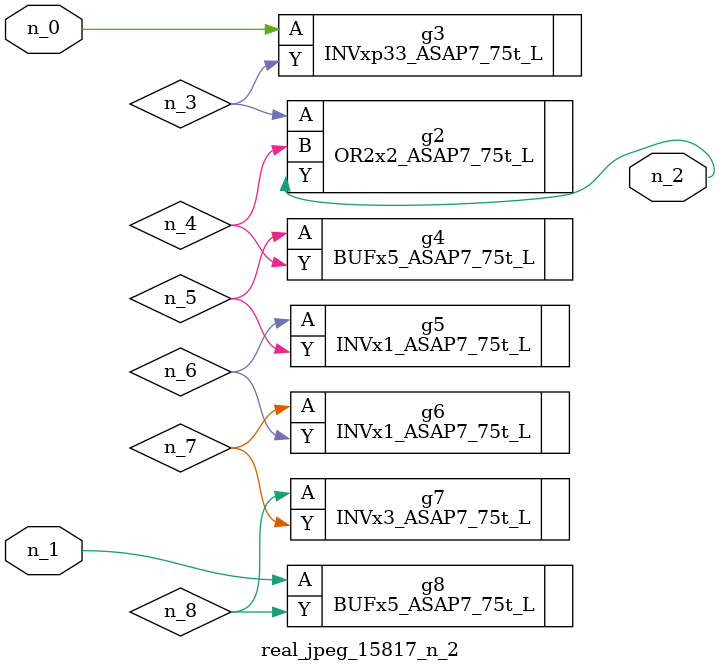
<source format=v>
module real_jpeg_15817_n_2 (n_1, n_0, n_2);

input n_1;
input n_0;

output n_2;

wire n_5;
wire n_4;
wire n_8;
wire n_6;
wire n_7;
wire n_3;

INVxp33_ASAP7_75t_L g3 ( 
.A(n_0),
.Y(n_3)
);

BUFx5_ASAP7_75t_L g8 ( 
.A(n_1),
.Y(n_8)
);

OR2x2_ASAP7_75t_L g2 ( 
.A(n_3),
.B(n_4),
.Y(n_2)
);

BUFx5_ASAP7_75t_L g4 ( 
.A(n_5),
.Y(n_4)
);

INVx1_ASAP7_75t_L g5 ( 
.A(n_6),
.Y(n_5)
);

INVx1_ASAP7_75t_L g6 ( 
.A(n_7),
.Y(n_6)
);

INVx3_ASAP7_75t_L g7 ( 
.A(n_8),
.Y(n_7)
);


endmodule
</source>
